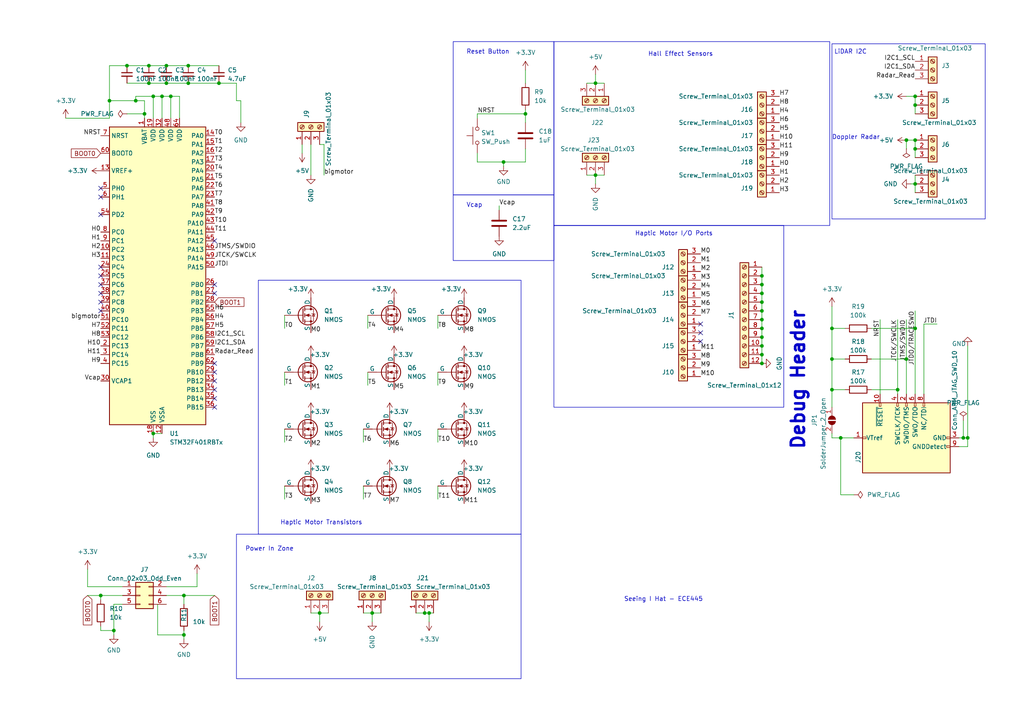
<source format=kicad_sch>
(kicad_sch (version 20230121) (generator eeschema)
  (paper "A4")
  (lib_symbols
    (symbol "Connector:Conn_ARM_JTAG_SWD_10" (pin_names (offset 1.016))
      (property "Reference" "J" (at -2.54 16.51 0))
      (property "Value" "Conn_ARM_JTAG_SWD_10" (at -2.54 13.97 0))
      (symbol "Conn_ARM_JTAG_SWD_10_1_1"
        (pin power_in line (at 0 15.24 270) (length 2.54) (name "VTref") (number "1"))
        (pin open_collector line (at 12.7 7.62 180) (length 2.54) (name "~{RESET}") (number "10"))
        (pin bidirectional line (at 12.7 0 180) (length 2.54) (name "SWDIO/TMS") (number "2"))
        (pin power_in line (at 0 -15.24 90) (length 2.54) (name "GND") (number "3"))
        (pin output line (at 12.7 2.54 180) (length 2.54) (name "SWCLK/TCK") (number "4"))
        (pin passive line (at 0 -15.24 90) (length 2.54) hide (name "GND") (number "5"))
        (pin input line (at 12.7 -2.54 180) (length 2.54) (name "SWO/TDO") (number "6"))
        (pin no_connect line (at -10.16 0 0) (length 2.54) hide (name "KEY") (number "7"))
        (pin output line (at 12.7 -5.08 180) (length 2.54) (name "NC/TDI") (number "8"))
        (pin passive line (at -2.54 -15.24 90) (length 2.54) (name "GNDDetect") (number "9"))
      )
    )
    (symbol "Connector:Screw_Terminal_01x03" (pin_names (offset 1.016) hide)
      (property "Reference" "J" (at 0 5.08 0))
      (property "Value" "Screw_Terminal_01x03" (at 0 -5.08 0))
      (symbol "Screw_Terminal_01x03_1_1"
        (pin passive line (at -5.08 2.54 0) (length 3.81) (name "Pin_1") (number "1"))
        (pin passive line (at -5.08 0 0) (length 3.81) (name "Pin_2") (number "2"))
        (pin passive line (at -5.08 -2.54 0) (length 3.81) (name "Pin_3") (number "3"))
      )
    )
    (symbol "Connector:Screw_Terminal_01x12" (pin_names (offset 1.016) hide)
      (property "Reference" "J" (at 0 15.24 0))
      (property "Value" "Screw_Terminal_01x12" (at 0 -17.78 0))
      (symbol "Screw_Terminal_01x12_1_1"
        (pin passive line (at -5.08 12.7 0) (length 3.81) (name "Pin_1") (number "1"))
        (pin passive line (at -5.08 -10.16 0) (length 3.81) (name "Pin_10") (number "10"))
        (pin passive line (at -5.08 -12.7 0) (length 3.81) (name "Pin_11") (number "11"))
        (pin passive line (at -5.08 -15.24 0) (length 3.81) (name "Pin_12") (number "12"))
        (pin passive line (at -5.08 10.16 0) (length 3.81) (name "Pin_2") (number "2"))
        (pin passive line (at -5.08 7.62 0) (length 3.81) (name "Pin_3") (number "3"))
        (pin passive line (at -5.08 5.08 0) (length 3.81) (name "Pin_4") (number "4"))
        (pin passive line (at -5.08 2.54 0) (length 3.81) (name "Pin_5") (number "5"))
        (pin passive line (at -5.08 0 0) (length 3.81) (name "Pin_6") (number "6"))
        (pin passive line (at -5.08 -2.54 0) (length 3.81) (name "Pin_7") (number "7"))
        (pin passive line (at -5.08 -5.08 0) (length 3.81) (name "Pin_8") (number "8"))
        (pin passive line (at -5.08 -7.62 0) (length 3.81) (name "Pin_9") (number "9"))
      )
    )
    (symbol "Connector_Generic:Conn_02x03_Odd_Even" (pin_names (offset 1.016) hide)
      (property "Reference" "J" (at 1.27 5.08 0))
      (property "Value" "Conn_02x03_Odd_Even" (at 1.27 -5.08 0))
      (symbol "Conn_02x03_Odd_Even_1_1"
        (pin passive line (at -5.08 2.54 0) (length 3.81) (name "Pin_1") (number "1"))
        (pin passive line (at 7.62 2.54 180) (length 3.81) (name "Pin_2") (number "2"))
        (pin passive line (at -5.08 0 0) (length 3.81) (name "Pin_3") (number "3"))
        (pin passive line (at 7.62 0 180) (length 3.81) (name "Pin_4") (number "4"))
        (pin passive line (at -5.08 -2.54 0) (length 3.81) (name "Pin_5") (number "5"))
        (pin passive line (at 7.62 -2.54 180) (length 3.81) (name "Pin_6") (number "6"))
      )
    )
    (symbol "Device:C" (pin_numbers hide) (pin_names (offset 0.254))
      (property "Reference" "C" (at 0.635 2.54 0))
      (property "Value" "C" (at 0.635 -2.54 0))
      (symbol "C_1_1"
        (pin passive line (at 0 3.81 270) (length 2.794) (name "~") (number "1"))
        (pin passive line (at 0 -3.81 90) (length 2.794) (name "~") (number "2"))
      )
    )
    (symbol "Device:C_Small" (pin_numbers hide) (pin_names (offset 0.254) hide)
      (property "Reference" "C" (at 0.254 1.778 0))
      (property "Value" "C_Small" (at 0.254 -2.032 0))
      (symbol "C_Small_1_1"
        (pin passive line (at 0 2.54 270) (length 2.032) (name "~") (number "1"))
        (pin passive line (at 0 -2.54 90) (length 2.032) (name "~") (number "2"))
      )
    )
    (symbol "Device:R" (pin_numbers hide) (pin_names (offset 0))
      (property "Reference" "R" (at 2.032 0 90))
      (property "Value" "R" (at 0 0 90))
      (symbol "R_1_1"
        (pin passive line (at 0 3.81 270) (length 1.27) (name "~") (number "1"))
        (pin passive line (at 0 -3.81 90) (length 1.27) (name "~") (number "2"))
      )
    )
    (symbol "Jumper:SolderJumper_2_Open" (pin_names (offset 0) hide)
      (property "Reference" "JP" (at 0 2.032 0))
      (property "Value" "SolderJumper_2_Open" (at 0 -2.54 0))
      (symbol "SolderJumper_2_Open_1_1"
        (pin passive line (at -3.81 0 0) (length 2.54) (name "A") (number "1"))
        (pin passive line (at 3.81 0 180) (length 2.54) (name "B") (number "2"))
      )
    )
    (symbol "MCU_ST_STM32F4:STM32F401RBTx"
      (property "Reference" "U" (at -12.7 44.45 0))
      (property "Value" "STM32F401RBTx" (at 10.16 44.45 0))
      (symbol "STM32F401RBTx_1_1"
        (pin power_in line (at -2.54 45.72 270) (length 2.54) (name "VBAT") (number "1"))
        (pin bidirectional line (at -15.24 7.62 0) (length 2.54) (name "PC2") (number "10"))
        (pin bidirectional line (at -15.24 5.08 0) (length 2.54) (name "PC3") (number "11"))
        (pin power_in line (at 2.54 -45.72 90) (length 2.54) (name "VSSA") (number "12"))
        (pin input line (at -15.24 30.48 0) (length 2.54) (name "VREF+") (number "13"))
        (pin bidirectional line (at 17.78 40.64 180) (length 2.54) (name "PA0") (number "14"))
        (pin bidirectional line (at 17.78 38.1 180) (length 2.54) (name "PA1") (number "15"))
        (pin bidirectional line (at 17.78 35.56 180) (length 2.54) (name "PA2") (number "16"))
        (pin bidirectional line (at 17.78 33.02 180) (length 2.54) (name "PA3") (number "17"))
        (pin power_in line (at 0 -45.72 90) (length 2.54) (name "VSS") (number "18"))
        (pin power_in line (at 0 45.72 270) (length 2.54) (name "VDD") (number "19"))
        (pin bidirectional line (at -15.24 -20.32 0) (length 2.54) (name "PC13") (number "2"))
        (pin bidirectional line (at 17.78 30.48 180) (length 2.54) (name "PA4") (number "20"))
        (pin bidirectional line (at 17.78 27.94 180) (length 2.54) (name "PA5") (number "21"))
        (pin bidirectional line (at 17.78 25.4 180) (length 2.54) (name "PA6") (number "22"))
        (pin bidirectional line (at 17.78 22.86 180) (length 2.54) (name "PA7") (number "23"))
        (pin bidirectional line (at -15.24 2.54 0) (length 2.54) (name "PC4") (number "24"))
        (pin bidirectional line (at -15.24 0 0) (length 2.54) (name "PC5") (number "25"))
        (pin bidirectional line (at 17.78 -2.54 180) (length 2.54) (name "PB0") (number "26"))
        (pin bidirectional line (at 17.78 -5.08 180) (length 2.54) (name "PB1") (number "27"))
        (pin bidirectional line (at 17.78 -7.62 180) (length 2.54) (name "PB2") (number "28"))
        (pin bidirectional line (at 17.78 -27.94 180) (length 2.54) (name "PB10") (number "29"))
        (pin bidirectional line (at -15.24 -22.86 0) (length 2.54) (name "PC14") (number "3"))
        (pin power_out line (at -15.24 -30.48 0) (length 2.54) (name "VCAP1") (number "30"))
        (pin passive line (at 0 -45.72 90) (length 2.54) hide (name "VSS") (number "31"))
        (pin power_in line (at 2.54 45.72 270) (length 2.54) (name "VDD") (number "32"))
        (pin bidirectional line (at 17.78 -30.48 180) (length 2.54) (name "PB12") (number "33"))
        (pin bidirectional line (at 17.78 -33.02 180) (length 2.54) (name "PB13") (number "34"))
        (pin bidirectional line (at 17.78 -35.56 180) (length 2.54) (name "PB14") (number "35"))
        (pin bidirectional line (at 17.78 -38.1 180) (length 2.54) (name "PB15") (number "36"))
        (pin bidirectional line (at -15.24 -2.54 0) (length 2.54) (name "PC6") (number "37"))
        (pin bidirectional line (at -15.24 -5.08 0) (length 2.54) (name "PC7") (number "38"))
        (pin bidirectional line (at -15.24 -7.62 0) (length 2.54) (name "PC8") (number "39"))
        (pin bidirectional line (at -15.24 -25.4 0) (length 2.54) (name "PC15") (number "4"))
        (pin bidirectional line (at -15.24 -10.16 0) (length 2.54) (name "PC9") (number "40"))
        (pin bidirectional line (at 17.78 20.32 180) (length 2.54) (name "PA8") (number "41"))
        (pin bidirectional line (at 17.78 17.78 180) (length 2.54) (name "PA9") (number "42"))
        (pin bidirectional line (at 17.78 15.24 180) (length 2.54) (name "PA10") (number "43"))
        (pin bidirectional line (at 17.78 12.7 180) (length 2.54) (name "PA11") (number "44"))
        (pin bidirectional line (at 17.78 10.16 180) (length 2.54) (name "PA12") (number "45"))
        (pin bidirectional line (at 17.78 7.62 180) (length 2.54) (name "PA13") (number "46"))
        (pin passive line (at 0 -45.72 90) (length 2.54) hide (name "VSS") (number "47"))
        (pin power_in line (at 5.08 45.72 270) (length 2.54) (name "VDD") (number "48"))
        (pin bidirectional line (at 17.78 5.08 180) (length 2.54) (name "PA14") (number "49"))
        (pin bidirectional line (at -15.24 25.4 0) (length 2.54) (name "PH0") (number "5"))
        (pin bidirectional line (at 17.78 2.54 180) (length 2.54) (name "PA15") (number "50"))
        (pin bidirectional line (at -15.24 -12.7 0) (length 2.54) (name "PC10") (number "51"))
        (pin bidirectional line (at -15.24 -15.24 0) (length 2.54) (name "PC11") (number "52"))
        (pin bidirectional line (at -15.24 -17.78 0) (length 2.54) (name "PC12") (number "53"))
        (pin bidirectional line (at -15.24 17.78 0) (length 2.54) (name "PD2") (number "54"))
        (pin bidirectional line (at 17.78 -10.16 180) (length 2.54) (name "PB3") (number "55"))
        (pin bidirectional line (at 17.78 -12.7 180) (length 2.54) (name "PB4") (number "56"))
        (pin bidirectional line (at 17.78 -15.24 180) (length 2.54) (name "PB5") (number "57"))
        (pin bidirectional line (at 17.78 -17.78 180) (length 2.54) (name "PB6") (number "58"))
        (pin bidirectional line (at 17.78 -20.32 180) (length 2.54) (name "PB7") (number "59"))
        (pin bidirectional line (at -15.24 22.86 0) (length 2.54) (name "PH1") (number "6"))
        (pin input line (at -15.24 35.56 0) (length 2.54) (name "BOOT0") (number "60"))
        (pin bidirectional line (at 17.78 -22.86 180) (length 2.54) (name "PB8") (number "61"))
        (pin bidirectional line (at 17.78 -25.4 180) (length 2.54) (name "PB9") (number "62"))
        (pin passive line (at 0 -45.72 90) (length 2.54) hide (name "VSS") (number "63"))
        (pin power_in line (at 7.62 45.72 270) (length 2.54) (name "VDD") (number "64"))
        (pin input line (at -15.24 40.64 0) (length 2.54) (name "NRST") (number "7"))
        (pin bidirectional line (at -15.24 12.7 0) (length 2.54) (name "PC0") (number "8"))
        (pin bidirectional line (at -15.24 10.16 0) (length 2.54) (name "PC1") (number "9"))
      )
    )
    (symbol "Simulation_SPICE:NMOS" (pin_numbers hide) (pin_names (offset 0))
      (property "Reference" "Q" (at 5.08 1.27 0))
      (property "Value" "NMOS" (at 5.08 -1.27 0))
      (symbol "NMOS_1_1"
        (pin passive line (at 2.54 5.08 270) (length 2.54) (name "D") (number "1"))
        (pin input line (at -5.08 0 0) (length 2.54) (name "G") (number "2"))
        (pin passive line (at 2.54 -5.08 90) (length 2.54) (name "S") (number "3"))
      )
    )
    (symbol "Switch:SW_Push" (pin_numbers hide) (pin_names (offset 1.016) hide)
      (property "Reference" "SW" (at 1.27 2.54 0))
      (property "Value" "SW_Push" (at 0 -1.524 0))
      (symbol "SW_Push_0_1"
        (pin passive line (at -5.08 0 0) (length 2.54) (name "1") (number "1"))
        (pin passive line (at 5.08 0 180) (length 2.54) (name "2") (number "2"))
      )
    )
    (symbol "power:+3.3V" (power) (pin_names (offset 0))
      (property "Value" "+3.3V" (at 0 3.556 0))
      (symbol "+3.3V_1_1"
        (pin power_in line (at 0 0 90) (length 0) hide (name "+3.3V") (number "1"))
      )
    )
    (symbol "power:+5V" (power) (pin_names (offset 0))
      (property "Value" "+5V" (at 0 3.556 0))
      (symbol "+5V_1_1"
        (pin power_in line (at 0 0 90) (length 0) hide (name "+5V") (number "1"))
      )
    )
    (symbol "power:GND" (power) (pin_names (offset 0))
      (property "Value" "GND" (at 0 -3.81 0))
      (symbol "GND_1_1"
        (pin power_in line (at 0 0 270) (length 0) hide (name "GND") (number "1"))
      )
    )
    (symbol "power:PWR_FLAG" (power) (pin_numbers hide) (pin_names (offset 0) hide)
      (property "Value" "PWR_FLAG" (at 0 3.81 0))
      (symbol "PWR_FLAG_0_0"
        (pin power_out line (at 0 0 90) (length 0) (name "pwr") (number "1"))
      )
    )
  )
  (junction (at 172.72 24.13))
  (junction (at 243.84 127))
  (junction (at 53.34 172.72))
  (junction (at 220.98 105.41))
  (junction (at 44.45 125.73))
  (junction (at 49.53 27.94))
  (junction (at 265.43 95.25))
  (junction (at 44.45 27.94))
  (junction (at 262.89 104.14))
  (junction (at 279.4 127))
  (junction (at 220.98 87.63))
  (junction (at 152.4 33.02))
  (junction (at 260.35 113.03))
  (junction (at 280.67 127))
  (junction (at 172.72 50.8))
  (junction (at 124.46 177.8))
  (junction (at 54.61 19.05))
  (junction (at 107.95 177.8))
  (junction (at 265.43 40.64))
  (junction (at 241.3 113.03))
  (junction (at 29.21 172.72))
  (junction (at 220.98 97.79))
  (junction (at 146.05 46.99))
  (junction (at 265.43 27.94))
  (junction (at 92.71 177.8))
  (junction (at 48.26 24.13))
  (junction (at 220.98 95.25))
  (junction (at 220.98 82.55))
  (junction (at 241.3 95.25))
  (junction (at 43.18 24.13))
  (junction (at 39.37 29.21))
  (junction (at 262.89 40.64))
  (junction (at 220.98 80.01))
  (junction (at 36.83 19.05))
  (junction (at 43.18 19.05))
  (junction (at 53.34 184.15))
  (junction (at 33.02 182.88))
  (junction (at 220.98 92.71))
  (junction (at 220.98 100.33))
  (junction (at 48.26 19.05))
  (junction (at 123.19 177.8))
  (junction (at 241.3 104.14))
  (junction (at 220.98 85.09))
  (junction (at 220.98 90.17))
  (junction (at 63.5 24.13))
  (junction (at 265.43 43.18))
  (junction (at 54.61 24.13))
  (junction (at 46.99 27.94))
  (junction (at 265.43 53.34))
  (junction (at 220.98 102.87))
  (junction (at 31.75 29.21))
  (junction (at 265.43 30.48))
  (junction (at 41.91 33.02))
  (no_connect (at 62.23 118.11))
  (no_connect (at 203.2 93.98))
  (no_connect (at 29.21 82.55))
  (no_connect (at 62.23 85.09))
  (no_connect (at 62.23 110.49))
  (no_connect (at 29.21 80.01))
  (no_connect (at 62.23 113.03))
  (no_connect (at 62.23 107.95))
  (no_connect (at 29.21 87.63))
  (no_connect (at 29.21 90.17))
  (no_connect (at 62.23 115.57))
  (no_connect (at 29.21 54.61))
  (no_connect (at 29.21 85.09))
  (no_connect (at 62.23 105.41))
  (no_connect (at 29.21 57.15))
  (no_connect (at 29.21 62.23))
  (no_connect (at 203.2 96.52))
  (no_connect (at 62.23 69.85))
  (no_connect (at 29.21 77.47))
  (no_connect (at 62.23 82.55))
  (no_connect (at 203.2 99.06))
  (wire (pts (xy 68.58 29.21) (xy 68.58 24.13)))
  (wire (pts (xy 39.37 27.94) (xy 39.37 29.21)))
  (wire (pts (xy 31.75 29.21) (xy 31.75 34.29)))
  (wire (pts (xy 170.18 50.8) (xy 172.72 50.8)))
  (wire (pts (xy 105.41 124.46) (xy 105.41 128.27)))
  (wire (pts (xy 262.89 27.94) (xy 265.43 27.94)))
  (wire (pts (xy 29.21 181.61) (xy 29.21 182.88)))
  (wire (pts (xy 138.43 34.29) (xy 138.43 33.02)))
  (wire (pts (xy 265.43 95.25) (xy 265.43 90.17)))
  (wire (pts (xy 45.72 184.15) (xy 53.34 184.15)))
  (wire (pts (xy 68.58 29.21) (xy 69.85 29.21)))
  (wire (pts (xy 146.05 46.99) (xy 146.05 48.26)))
  (wire (pts (xy 152.4 46.99) (xy 146.05 46.99)))
  (wire (pts (xy 41.91 29.21) (xy 41.91 33.02)))
  (wire (pts (xy 90.17 50.8) (xy 90.17 41.91)))
  (wire (pts (xy 29.21 182.88) (xy 33.02 182.88)))
  (wire (pts (xy 243.84 127) (xy 247.65 127)))
  (wire (pts (xy 152.4 33.02) (xy 152.4 35.56)))
  (wire (pts (xy 262.89 40.64) (xy 265.43 40.64)))
  (wire (pts (xy 241.3 95.25) (xy 245.11 95.25)))
  (wire (pts (xy 138.43 44.45) (xy 138.43 46.99)))
  (wire (pts (xy 241.3 127) (xy 241.3 125.73)))
  (wire (pts (xy 262.89 40.64) (xy 262.89 43.18)))
  (wire (pts (xy 82.55 91.44) (xy 82.55 95.25)))
  (wire (pts (xy 54.61 24.13) (xy 63.5 24.13)))
  (wire (pts (xy 265.43 30.48) (xy 265.43 33.02)))
  (wire (pts (xy 44.45 27.94) (xy 44.45 34.29)))
  (wire (pts (xy 48.26 19.05) (xy 54.61 19.05)))
  (wire (pts (xy 25.4 172.72) (xy 29.21 172.72)))
  (wire (pts (xy 48.26 24.13) (xy 54.61 24.13)))
  (wire (pts (xy 46.99 27.94) (xy 44.45 27.94)))
  (wire (pts (xy 69.85 29.21) (xy 69.85 35.56)))
  (wire (pts (xy 152.4 43.18) (xy 152.4 46.99)))
  (wire (pts (xy 172.72 50.8) (xy 175.26 50.8)))
  (wire (pts (xy 127 140.97) (xy 127 144.78)))
  (wire (pts (xy 53.34 184.15) (xy 53.34 185.42)))
  (wire (pts (xy 265.43 50.8) (xy 265.43 53.34)))
  (wire (pts (xy 36.83 19.05) (xy 43.18 19.05)))
  (wire (pts (xy 278.13 127) (xy 279.4 127)))
  (wire (pts (xy 262.89 114.3) (xy 262.89 104.14)))
  (wire (pts (xy 278.13 129.54) (xy 280.67 129.54)))
  (wire (pts (xy 92.71 177.8) (xy 95.25 177.8)))
  (wire (pts (xy 280.67 100.33) (xy 280.67 127)))
  (wire (pts (xy 123.19 177.8) (xy 124.46 177.8)))
  (wire (pts (xy 48.26 175.26) (xy 45.72 175.26)))
  (wire (pts (xy 105.41 140.97) (xy 105.41 144.78)))
  (wire (pts (xy 33.02 175.26) (xy 35.56 175.26)))
  (wire (pts (xy 265.43 27.94) (xy 265.43 30.48)))
  (wire (pts (xy 52.07 27.94) (xy 52.07 34.29)))
  (wire (pts (xy 46.99 27.94) (xy 46.99 34.29)))
  (wire (pts (xy 48.26 172.72) (xy 53.34 172.72)))
  (wire (pts (xy 220.98 92.71) (xy 220.98 90.17)))
  (wire (pts (xy 53.34 172.72) (xy 62.23 172.72)))
  (wire (pts (xy 41.91 33.02) (xy 41.91 34.29)))
  (wire (pts (xy 138.43 46.99) (xy 146.05 46.99)))
  (wire (pts (xy 93.98 50.8) (xy 93.98 41.91)))
  (wire (pts (xy 241.3 88.9) (xy 241.3 95.25)))
  (wire (pts (xy 31.75 29.21) (xy 39.37 29.21)))
  (wire (pts (xy 33.02 175.26) (xy 33.02 182.88)))
  (wire (pts (xy 241.3 127) (xy 243.84 127)))
  (wire (pts (xy 241.3 113.03) (xy 241.3 118.11)))
  (wire (pts (xy 43.18 24.13) (xy 48.26 24.13)))
  (wire (pts (xy 252.73 113.03) (xy 260.35 113.03)))
  (wire (pts (xy 29.21 172.72) (xy 29.21 173.99)))
  (wire (pts (xy 124.46 177.8) (xy 125.73 177.8)))
  (wire (pts (xy 264.16 53.34) (xy 265.43 53.34)))
  (wire (pts (xy 265.43 53.34) (xy 265.43 55.88)))
  (wire (pts (xy 93.98 41.91) (xy 92.71 41.91)))
  (wire (pts (xy 220.98 85.09) (xy 220.98 82.55)))
  (wire (pts (xy 252.73 95.25) (xy 265.43 95.25)))
  (wire (pts (xy 255.27 114.3) (xy 255.27 92.71)))
  (wire (pts (xy 90.17 177.8) (xy 92.71 177.8)))
  (wire (pts (xy 152.4 31.75) (xy 152.4 33.02)))
  (wire (pts (xy 127 124.46) (xy 127 128.27)))
  (wire (pts (xy 220.98 82.55) (xy 220.98 80.01)))
  (wire (pts (xy 39.37 29.21) (xy 41.91 29.21)))
  (wire (pts (xy 107.95 180.34) (xy 107.95 177.8)))
  (wire (pts (xy 82.55 107.95) (xy 82.55 111.76)))
  (wire (pts (xy 31.75 19.05) (xy 36.83 19.05)))
  (wire (pts (xy 262.89 104.14) (xy 262.89 92.71)))
  (wire (pts (xy 220.98 100.33) (xy 220.98 97.79)))
  (wire (pts (xy 35.56 172.72) (xy 29.21 172.72)))
  (wire (pts (xy 265.43 114.3) (xy 265.43 95.25)))
  (wire (pts (xy 220.98 90.17) (xy 220.98 87.63)))
  (wire (pts (xy 87.63 41.91) (xy 87.63 44.45)))
  (wire (pts (xy 243.84 143.51) (xy 243.84 127)))
  (wire (pts (xy 279.4 121.92) (xy 279.4 127)))
  (wire (pts (xy 220.98 80.01) (xy 220.98 77.47)))
  (wire (pts (xy 241.3 113.03) (xy 241.3 104.14)))
  (wire (pts (xy 172.72 53.34) (xy 172.72 50.8)))
  (wire (pts (xy 25.4 165.1) (xy 25.4 170.18)))
  (wire (pts (xy 82.55 124.46) (xy 82.55 128.27)))
  (wire (pts (xy 279.4 127) (xy 280.67 127)))
  (wire (pts (xy 172.72 21.59) (xy 172.72 24.13)))
  (wire (pts (xy 144.78 59.69) (xy 144.78 60.96)))
  (wire (pts (xy 31.75 19.05) (xy 31.75 29.21)))
  (wire (pts (xy 36.83 24.13) (xy 43.18 24.13)))
  (wire (pts (xy 220.98 102.87) (xy 220.98 100.33)))
  (wire (pts (xy 260.35 113.03) (xy 260.35 92.71)))
  (wire (pts (xy 107.95 177.8) (xy 110.49 177.8)))
  (wire (pts (xy 152.4 20.32) (xy 152.4 24.13)))
  (wire (pts (xy 271.78 93.98) (xy 267.97 93.98)))
  (wire (pts (xy 25.4 170.18) (xy 35.56 170.18)))
  (wire (pts (xy 247.65 143.51) (xy 243.84 143.51)))
  (wire (pts (xy 68.58 24.13) (xy 63.5 24.13)))
  (wire (pts (xy 53.34 182.88) (xy 53.34 184.15)))
  (wire (pts (xy 49.53 27.94) (xy 49.53 34.29)))
  (wire (pts (xy 172.72 24.13) (xy 170.18 24.13)))
  (wire (pts (xy 241.3 113.03) (xy 245.11 113.03)))
  (wire (pts (xy 127 107.95) (xy 127 111.76)))
  (wire (pts (xy 82.55 140.97) (xy 82.55 144.78)))
  (wire (pts (xy 44.45 125.73) (xy 46.99 125.73)))
  (wire (pts (xy 241.3 104.14) (xy 245.11 104.14)))
  (wire (pts (xy 120.65 177.8) (xy 123.19 177.8)))
  (wire (pts (xy 43.18 19.05) (xy 48.26 19.05)))
  (wire (pts (xy 44.45 27.94) (xy 39.37 27.94)))
  (wire (pts (xy 260.35 114.3) (xy 260.35 113.03)))
  (wire (pts (xy 57.15 166.37) (xy 57.15 170.18)))
  (wire (pts (xy 44.45 125.73) (xy 44.45 127)))
  (wire (pts (xy 220.98 105.41) (xy 220.98 102.87)))
  (wire (pts (xy 265.43 43.18) (xy 265.43 40.64)))
  (wire (pts (xy 106.68 91.44) (xy 106.68 95.25)))
  (wire (pts (xy 241.3 104.14) (xy 241.3 95.25)))
  (wire (pts (xy 52.07 27.94) (xy 49.53 27.94)))
  (wire (pts (xy 105.41 177.8) (xy 107.95 177.8)))
  (wire (pts (xy 46.99 27.94) (xy 49.53 27.94)))
  (wire (pts (xy 138.43 33.02) (xy 152.4 33.02)))
  (wire (pts (xy 92.71 180.34) (xy 92.71 177.8)))
  (wire (pts (xy 124.46 180.34) (xy 124.46 177.8)))
  (wire (pts (xy 220.98 95.25) (xy 220.98 92.71)))
  (wire (pts (xy 48.26 170.18) (xy 57.15 170.18)))
  (wire (pts (xy 53.34 172.72) (xy 53.34 175.26)))
  (wire (pts (xy 127 91.44) (xy 127 95.25)))
  (wire (pts (xy 280.67 129.54) (xy 280.67 127)))
  (wire (pts (xy 33.02 182.88) (xy 33.02 184.15)))
  (wire (pts (xy 265.43 43.18) (xy 265.43 45.72)))
  (wire (pts (xy 175.26 24.13) (xy 172.72 24.13)))
  (wire (pts (xy 36.83 33.02) (xy 41.91 33.02)))
  (wire (pts (xy 106.68 107.95) (xy 106.68 111.76)))
  (wire (pts (xy 54.61 19.05) (xy 63.5 19.05)))
  (wire (pts (xy 267.97 93.98) (xy 267.97 114.3)))
  (wire (pts (xy 220.98 87.63) (xy 220.98 85.09)))
  (wire (pts (xy 45.72 175.26) (xy 45.72 184.15)))
  (wire (pts (xy 252.73 104.14) (xy 262.89 104.14)))
  (wire (pts (xy 220.98 97.79) (xy 220.98 95.25)))
  (wire (pts (xy 19.05 34.29) (xy 31.75 34.29)))
  (rectangle (start 160.655 12.065) (end 240.665 65.405))
  (rectangle (start 241.3 12.7) (end 285.75 63.5))
  (rectangle (start 68.58 154.94) (end 151.13 196.85))
  (rectangle (start 131.445 12.065) (end 160.655 56.515))
  (rectangle (start 131.445 56.515) (end 160.655 75.565))
  (rectangle (start 160.655 65.405) (end 227.33 118.11))
  (rectangle (start 74.93 81.28) (end 151.13 154.94))
  (text "Seeing I Hat - ECE445\n" (at 180.975 174.625 0) (effects (font (size 1.27 1.27)) (justify left bottom)))
  (text "Haptic Motor I/O Ports" (at 184.15 68.58 0) (effects (font (size 1.27 1.27)) (justify left bottom)))
  (text "Debug Header" (at 233.68 130.81 90) (effects (font (size 3.81 3.81) (thickness 0.762) bold) (justify left bottom)))
  (text "Doppler Radar\n" (at 241.3 40.64 0) (effects (font (size 1.27 1.27)) (justify left bottom)))
  (text "Reset Button\n" (at 135.255 15.875 0) (effects (font (size 1.27 1.27)) (justify left bottom)))
  (text "LiDAR I2C" (at 241.935 15.875 0) (effects (font (size 1.27 1.27)) (justify left bottom)))
  (text "Power In Zone\n" (at 71.12 160.02 0) (effects (font (size 1.27 1.27)) (justify left bottom)))
  (text "Vcap" (at 135.255 60.325 0) (effects (font (size 1.27 1.27)) (justify left bottom)))
  (text "Hall Effect Sensors" (at 187.96 16.51 0) (effects (font (size 1.27 1.27)) (justify left bottom)))
  (text "Haptic Motor Transistors\n" (at 81.28 152.4 0) (effects (font (size 1.27 1.27)) (justify left bottom)))
  (label "M10" (at 203.2 109.22 0))
  (label "T6" (at 105.41 128.27 0))
  (label "H1" (at 226.06 50.8 0))
  (label "M11" (at 203.2 101.6 0))
  (label "I2C1_SCL" (at 62.23 97.79 0))
  (label "M6" (at 113.03 129.54 0))
  (label "M1" (at 203.2 76.2 0))
  (label "M0" (at 90.17 96.52 0))
  (label "M5" (at 114.3 113.03 0))
  (label "T0" (at 62.23 39.37 0))
  (label "M4" (at 114.3 96.52 0))
  (label "M4" (at 203.2 83.82 0))
  (label "M6" (at 203.2 88.9 0))
  (label "H1" (at 29.21 69.85 180))
  (label "T5" (at 62.23 52.07 0))
  (label "T2" (at 62.23 44.45 0))
  (label "H6" (at 226.06 35.56 0))
  (label "M2" (at 203.2 78.74 0))
  (label "M1" (at 90.17 113.03 0))
  (label "M10" (at 134.62 129.54 0))
  (label "T9" (at 127 111.76 0))
  (label "H2" (at 226.06 53.34 0))
  (label "M5" (at 203.2 86.36 0))
  (label "NRST" (at 143.51 33.02 180))
  (label "H2" (at 29.21 72.39 180))
  (label "M2" (at 90.17 129.54 0))
  (label "I2C1_SDA" (at 62.23 100.33 0))
  (label "H0" (at 226.06 48.26 0))
  (label "M8" (at 203.2 104.14 0))
  (label "I2C1_SDA" (at 265.43 20.32 180))
  (label "T4" (at 62.23 49.53 0))
  (label "M0" (at 203.2 73.66 0))
  (label "T8" (at 62.23 59.69 0))
  (label "NRST" (at 255.27 92.71 270))
  (label "T11" (at 127 144.78 0))
  (label "M8" (at 134.62 96.52 0))
  (label "T0" (at 82.55 95.25 0))
  (label "H9" (at 29.21 105.41 180))
  (label "H10" (at 29.21 100.33 180))
  (label "JTMS{slash}SWDIO" (at 262.89 92.71 270))
  (label "H9" (at 226.06 45.72 0))
  (label "M9" (at 203.2 106.68 0))
  (label "JTMS{slash}SWDIO" (at 62.23 72.39 0))
  (label "M7" (at 203.2 91.44 0))
  (label "H5" (at 226.06 38.1 0))
  (label "H11" (at 226.06 43.18 0))
  (label "T8" (at 127 95.25 0))
  (label "JTDI" (at 271.78 93.98 180))
  (label "T10" (at 62.23 64.77 0))
  (label "H3" (at 226.06 55.88 0))
  (label "bigmotor" (at 29.21 92.71 180))
  (label "H7" (at 226.06 27.94 0))
  (label "Radar_Read" (at 62.23 102.87 0))
  (label "H8" (at 29.21 97.79 180))
  (label "T6" (at 62.23 54.61 0))
  (label "T10" (at 127 128.27 0))
  (label "Vcap" (at 144.78 59.69 0))
  (label "T3" (at 82.55 144.78 0))
  (label "H7" (at 29.21 95.25 180))
  (label "H5" (at 62.23 95.25 0))
  (label "JTCK{slash}SWCLK" (at 62.23 74.93 0))
  (label "T7" (at 62.23 57.15 0))
  (label "H8" (at 226.06 30.48 0))
  (label "I2C1_SCL" (at 265.43 17.78 180))
  (label "T7" (at 105.41 144.78 0))
  (label "H4" (at 226.06 33.02 0))
  (label "Radar_Read" (at 265.43 22.86 180))
  (label "H3" (at 29.21 74.93 180))
  (label "T1" (at 62.23 41.91 0))
  (label "H11" (at 29.21 102.87 180))
  (label "M11" (at 134.62 146.05 0))
  (label "T1" (at 82.55 111.76 0))
  (label "T4" (at 106.68 95.25 0))
  (label "M9" (at 134.62 113.03 0))
  (label "M3" (at 203.2 81.28 0))
  (label "JTDI" (at 62.23 77.47 0))
  (label "T2" (at 82.55 128.27 0))
  (label "H6" (at 62.23 90.17 0))
  (label "M3" (at 90.17 146.05 0))
  (label "H0" (at 29.21 67.31 180))
  (label "bigmotor" (at 93.98 50.8 0))
  (label "Vcap" (at 29.21 110.49 180))
  (label "T3" (at 62.23 46.99 0))
  (label "NRST" (at 29.21 39.37 180))
  (label "JTDO{slash}TRACESWO" (at 265.43 90.17 270))
  (label "H10" (at 226.06 40.64 0))
  (label "M7" (at 113.03 146.05 0))
  (label "T5" (at 106.68 111.76 0))
  (label "T9" (at 62.23 62.23 0))
  (label "T11" (at 62.23 67.31 0))
  (label "H4" (at 62.23 92.71 0))
  (label "JTCK{slash}SWCLK" (at 260.35 92.71 270))
  (global_label "BOOT0" (shape input) (at 25.4 172.72 270) (property "Intersheetrefs" "${INTERSHEET_REFS}" (effects hide)))
  (global_label "BOOT1" (shape input) (at 62.23 87.63 0) (property "Intersheetrefs" "${INTERSHEET_REFS}" (effects hide)))
  (global_label "BOOT1" (shape input) (at 62.23 172.72 270) (property "Intersheetrefs" "${INTERSHEET_REFS}" (effects hide)))
  (global_label "BOOT0" (shape input) (at 29.21 44.45 180) (property "Intersheetrefs" "${INTERSHEET_REFS}" (effects hide)))
  (symbol (lib_id "power:GND") (at 53.34 185.42 0) (unit 1)
    (property "Reference" "#PWR029" (effects hide))
    (property "Value" "GND" (at 53.34 189.8634 0))
  )
  (symbol (lib_id "Device:C_Small") (at 63.5 21.59 0) (unit 1)
    (property "Reference" "C5" (at 66.04 20.3263 0) (effects (justify left)))
    (property "Value" "4.7uF" (at 66.04 22.8663 0) (effects (justify left)))
    (property "Footprint" "Capacitor_SMD:C_0805_2012Metric_Pad1.18x1.45mm_HandSolder" (effects hide))
  )
  (symbol (lib_id "Connector:Screw_Terminal_01x03") (at 198.12 99.06 180) (unit 1)
    (property "Reference" "J15" (at 195.58 100.33 0) (effects (justify left)))
    (property "Value" "Screw_Terminal_01x03" (effects hide))
    (property "Footprint" "Connector_PinSocket_2.54mm:PinSocket_1x03_P2.54mm_Vertical" (effects hide))
  )
  (symbol (lib_id "power:+3.3V") (at 19.05 34.29 0) (unit 1)
    (property "Reference" "#PWR035" (effects hide))
    (property "Value" "+3.3V" (at 19.05 29.21 0))
  )
  (symbol (lib_id "power:+5V") (at 87.63 44.45 180) (unit 1)
    (property "Reference" "#PWR038" (effects hide))
    (property "Value" "+5V" (at 87.63 49.53 0))
  )
  (symbol (lib_id "Simulation_SPICE:NMOS") (at 132.08 124.46 0) (unit 1)
    (property "Reference" "Q11" (at 138.43 123.19 0) (effects (justify left)))
    (property "Value" "NMOS" (at 138.43 125.73 0) (effects (justify left)))
    (property "Footprint" "Package_TO_SOT_SMD:SOT-23-3" (effects hide))
    (property "Datasheet" "https://ngspice.sourceforge.io/docs/ngspice-manual.pdf" (effects hide))
    (property "Sim.Device" "NMOS" (effects hide))
    (property "Sim.Type" "VDMOS" (effects hide))
    (property "Sim.Pins" "1=D 2=G 3=S" (effects hide))
  )
  (symbol (lib_id "power:+3.3V") (at 114.3 102.87 0) (unit 1)
    (property "Reference" "#PWR044" (effects hide))
    (property "Value" "+3.3V" (at 116.84 102.87 0))
  )
  (symbol (lib_id "Simulation_SPICE:NMOS") (at 111.76 91.44 0) (unit 1)
    (property "Reference" "Q5" (at 118.11 90.17 0) (effects (justify left)))
    (property "Value" "NMOS" (at 118.11 92.71 0) (effects (justify left)))
    (property "Footprint" "Package_TO_SOT_SMD:SOT-23-3" (effects hide))
    (property "Datasheet" "https://ngspice.sourceforge.io/docs/ngspice-manual.pdf" (effects hide))
    (property "Sim.Device" "NMOS" (effects hide))
    (property "Sim.Type" "VDMOS" (effects hide))
    (property "Sim.Pins" "1=D 2=G 3=S" (effects hide))
  )
  (symbol (lib_id "Simulation_SPICE:NMOS") (at 87.63 107.95 0) (unit 1)
    (property "Reference" "Q2" (at 93.98 106.68 0) (effects (justify left)))
    (property "Value" "NMOS" (at 93.98 109.22 0) (effects (justify left)))
    (property "Footprint" "Package_TO_SOT_SMD:SOT-23-3" (effects hide))
    (property "Datasheet" "https://ngspice.sourceforge.io/docs/ngspice-manual.pdf" (effects hide))
    (property "Sim.Device" "NMOS" (effects hide))
    (property "Sim.Type" "VDMOS" (effects hide))
    (property "Sim.Pins" "1=D 2=G 3=S" (effects hide))
  )
  (symbol (lib_id "Connector:Screw_Terminal_01x03") (at 172.72 29.21 270) (unit 1)
    (property "Reference" "J22" (at 171.45 35.56 90) (effects (justify left)))
    (property "Value" "Screw_Terminal_01x03" (at 162.56 31.75 90) (effects (justify left)))
    (property "Footprint" "Connector_PinSocket_2.54mm:PinSocket_1x03_P2.54mm_Vertical" (effects hide))
  )
  (symbol (lib_id "Simulation_SPICE:NMOS") (at 111.76 107.95 0) (unit 1)
    (property "Reference" "Q6" (at 118.11 106.68 0) (effects (justify left)))
    (property "Value" "NMOS" (at 118.11 109.22 0) (effects (justify left)))
    (property "Footprint" "Package_TO_SOT_SMD:SOT-23-3" (effects hide))
    (property "Datasheet" "https://ngspice.sourceforge.io/docs/ngspice-manual.pdf" (effects hide))
    (property "Sim.Device" "NMOS" (effects hide))
    (property "Sim.Type" "VDMOS" (effects hide))
    (property "Sim.Pins" "1=D 2=G 3=S" (effects hide))
  )
  (symbol (lib_id "Device:R") (at 152.4 27.94 0) (unit 1)
    (property "Reference" "R9" (at 154.94 26.67 0) (effects (justify left)))
    (property "Value" "10k" (at 154.94 29.21 0) (effects (justify left)))
    (property "Footprint" "Resistor_SMD:R_0805_2012Metric_Pad1.20x1.40mm_HandSolder" (effects hide))
  )
  (symbol (lib_id "power:GND") (at 144.78 68.58 0) (unit 1)
    (property "Reference" "#PWR09" (effects hide))
    (property "Value" "GND" (at 144.78 73.66 0))
  )
  (symbol (lib_id "power:+3.3V") (at 25.4 165.1 0) (unit 1)
    (property "Reference" "#PWR030" (effects hide))
    (property "Value" "+3.3V" (at 25.4 160.02 0))
  )
  (symbol (lib_id "Connector:Screw_Terminal_01x03") (at 220.98 53.34 180) (unit 1)
    (property "Reference" "J19" (at 218.44 54.61 0) (effects (justify left)))
    (property "Value" "Screw_Terminal_01x03" (at 218.44 50.8 0) (effects (justify left)))
    (property "Footprint" "Connector_PinSocket_2.54mm:PinSocket_1x03_P2.54mm_Vertical" (effects hide))
  )
  (symbol (lib_id "Device:C") (at 152.4 39.37 0) (unit 1)
    (property "Reference" "C18" (at 156.21 38.1 0) (effects (justify left)))
    (property "Value" "1uF" (at 156.21 40.64 0) (effects (justify left)))
    (property "Footprint" "Capacitor_SMD:C_0805_2012Metric_Pad1.18x1.45mm_HandSolder" (effects hide))
  )
  (symbol (lib_id "Device:R") (at 29.21 177.8 0) (unit 1)
    (property "Reference" "R10" (at 31.75 176.53 0) (effects (justify left)))
    (property "Value" "10k" (at 31.75 179.07 0) (effects (justify left)))
    (property "Footprint" "Resistor_SMD:R_0805_2012Metric_Pad1.20x1.40mm_HandSolder" (effects hide))
  )
  (symbol (lib_id "Device:C_Small") (at 54.61 21.59 0) (unit 1)
    (property "Reference" "C4" (at 57.15 20.3263 0) (effects (justify left)))
    (property "Value" "100nF" (at 57.15 22.8663 0) (effects (justify left)))
    (property "Footprint" "Capacitor_SMD:C_0805_2012Metric_Pad1.18x1.45mm_HandSolder" (effects hide))
  )
  (symbol (lib_id "Switch:SW_Push") (at 138.43 39.37 90) (unit 1)
    (property "Reference" "SW1" (at 139.573 38.5353 90) (effects (justify right)))
    (property "Value" "SW_Push" (at 139.573 41.0722 90) (effects (justify right)))
    (property "Footprint" "Button_Switch_SMD:SW_SPST_B3S-1000" (effects hide))
    (property "Datasheet" "https://www.digikey.com/en/products/detail/omron-electronics-inc-emc-div/B3S-1000/20686" (effects hide))
  )
  (symbol (lib_id "Device:C_Small") (at 48.26 21.59 0) (unit 1)
    (property "Reference" "C3" (at 50.8 20.3263 0) (effects (justify left)))
    (property "Value" "100nF" (at 50.8 22.8663 0) (effects (justify left)))
    (property "Footprint" "Capacitor_SMD:C_0805_2012Metric_Pad1.18x1.45mm_HandSolder" (effects hide))
  )
  (symbol (lib_id "Simulation_SPICE:NMOS") (at 132.08 91.44 0) (unit 1)
    (property "Reference" "Q9" (at 138.43 90.17 0) (effects (justify left)))
    (property "Value" "NMOS" (at 138.43 92.71 0) (effects (justify left)))
    (property "Footprint" "Package_TO_SOT_SMD:SOT-23-3" (effects hide))
    (property "Datasheet" "https://ngspice.sourceforge.io/docs/ngspice-manual.pdf" (effects hide))
    (property "Sim.Device" "NMOS" (effects hide))
    (property "Sim.Type" "VDMOS" (effects hide))
    (property "Sim.Pins" "1=D 2=G 3=S" (effects hide))
  )
  (symbol (lib_id "Connector:Conn_ARM_JTAG_SWD_10") (at 262.89 127 90) (unit 1)
    (property "Reference" "J20" (at 248.92 130.81 0) (effects (justify right)))
    (property "Value" "Conn_ARM_JTAG_SWD_10" (at 276.86 101.6 0) (effects (justify right)))
    (property "Footprint" "Connector_IDC:IDC-Header_2x05_P2.54mm_Vertical" (effects hide))
    (property "Datasheet" "http://infocenter.arm.com/help/topic/com.arm.doc.ddi0314h/DDI0314H_coresight_components_trm.pdf" (effects hide))
  )
  (symbol (lib_id "Jumper:SolderJumper_2_Open") (at 241.3 121.92 270) (unit 1)
    (property "Reference" "JP1" (at 236.22 121.92 0))
    (property "Value" "SolderJumper_2_Open" (at 238.76 125.73 0))
    (property "Footprint" "Jumper:SolderJumper-2_P1.3mm_Open_TrianglePad1.0x1.5mm" (effects hide))
  )
  (symbol (lib_id "power:PWR_FLAG") (at 36.83 33.02 90) (unit 1)
    (property "Reference" "#FLG01" (effects hide))
    (property "Value" "PWR_FLAG" (at 33.02 33.02 90) (effects (justify left)))
  )
  (symbol (lib_id "power:GND") (at 146.05 48.26 0) (unit 1)
    (property "Reference" "#PWR010" (effects hide))
    (property "Value" "GND" (at 146.05 52.7034 0))
  )
  (symbol (lib_id "power:+3.3V") (at 29.21 49.53 90) (unit 1)
    (property "Reference" "#PWR037" (effects hide))
    (property "Value" "+3.3V" (at 25.4 49.53 90) (effects (justify left)))
  )
  (symbol (lib_id "power:PWR_FLAG") (at 279.4 121.92 0) (unit 1)
    (property "Reference" "#FLG03" (effects hide))
    (property "Value" "PWR_FLAG" (at 279.4 116.84 0))
  )
  (symbol (lib_id "power:GND") (at 172.72 53.34 0) (unit 1)
    (property "Reference" "#PWR06" (effects hide))
    (property "Value" "GND" (at 172.72 57.15 90) (effects (justify right)))
  )
  (symbol (lib_id "Connector:Screw_Terminal_01x03") (at 198.12 83.82 180) (unit 1)
    (property "Reference" "J13" (at 195.58 85.09 0) (effects (justify left)))
    (property "Value" "Screw_Terminal_01x03" (at 193.04 80.01 0) (effects (justify left)))
    (property "Footprint" "Connector_PinSocket_2.54mm:PinSocket_1x03_P2.54mm_Vertical" (effects hide))
  )
  (symbol (lib_id "Connector:Screw_Terminal_01x03") (at 220.98 45.72 180) (unit 1)
    (property "Reference" "J18" (at 218.44 46.99 0) (effects (justify left)))
    (property "Value" "Screw_Terminal_01x03" (at 218.44 43.18 0) (effects (justify left)))
    (property "Footprint" "Connector_PinSocket_2.54mm:PinSocket_1x03_P2.54mm_Vertical" (effects hide))
  )
  (symbol (lib_id "Connector:Screw_Terminal_01x03") (at 172.72 45.72 90) (unit 1)
    (property "Reference" "J23" (at 173.99 40.64 90) (effects (justify left)))
    (property "Value" "Screw_Terminal_01x03" (at 184.15 43.18 90) (effects (justify left)))
    (property "Footprint" "Connector_PinSocket_2.54mm:PinSocket_1x03_P2.54mm_Vertical" (effects hide))
  )
  (symbol (lib_id "power:+3.3V") (at 57.15 166.37 0) (unit 1)
    (property "Reference" "#PWR032" (effects hide))
    (property "Value" "+3.3V" (at 57.15 161.29 0))
  )
  (symbol (lib_id "Connector:Screw_Terminal_01x03") (at 270.51 43.18 0) (unit 1)
    (property "Reference" "J6" (at 273.05 41.91 0) (effects (justify left)))
    (property "Value" "Screw_Terminal_01x03" (at 259.08 49.53 0) (effects (justify left)))
    (property "Footprint" "Connector_PinSocket_2.54mm:PinSocket_1x03_P2.54mm_Vertical" (effects hide))
  )
  (symbol (lib_id "power:+5V") (at 262.89 40.64 90) (unit 1)
    (property "Reference" "#PWR027" (effects hide))
    (property "Value" "+5V" (at 259.08 40.64 90) (effects (justify left)))
  )
  (symbol (lib_id "power:GND") (at 44.45 127 0) (unit 1)
    (property "Reference" "#PWR031" (effects hide))
    (property "Value" "GND" (at 44.45 132.08 0))
  )
  (symbol (lib_id "power:GND") (at 264.16 53.34 270) (unit 1)
    (property "Reference" "#PWR025" (effects hide))
    (property "Value" "GND" (at 260.35 53.34 90) (effects (justify right)))
  )
  (symbol (lib_id "power:GND") (at 107.95 180.34 0) (unit 1)
    (property "Reference" "#PWR02" (effects hide))
    (property "Value" "GND" (at 107.95 184.15 90) (effects (justify right)))
  )
  (symbol (lib_id "Simulation_SPICE:NMOS") (at 132.08 107.95 0) (unit 1)
    (property "Reference" "Q10" (at 138.43 106.68 0) (effects (justify left)))
    (property "Value" "NMOS" (at 138.43 109.22 0) (effects (justify left)))
    (property "Footprint" "Package_TO_SOT_SMD:SOT-23-3" (effects hide))
    (property "Datasheet" "https://ngspice.sourceforge.io/docs/ngspice-manual.pdf" (effects hide))
    (property "Sim.Device" "NMOS" (effects hide))
    (property "Sim.Type" "VDMOS" (effects hide))
    (property "Sim.Pins" "1=D 2=G 3=S" (effects hide))
  )
  (symbol (lib_id "power:+3.3V") (at 241.3 88.9 0) (unit 1)
    (property "Reference" "#PWR033" (effects hide))
    (property "Value" "+3.3V" (at 241.3 83.82 0))
  )
  (symbol (lib_id "power:+3.3V") (at 90.17 135.89 0) (unit 1)
    (property "Reference" "#PWR042" (effects hide))
    (property "Value" "+3.3V" (at 92.71 135.89 0))
  )
  (symbol (lib_id "Connector:Screw_Terminal_01x03") (at 198.12 106.68 180) (unit 1)
    (property "Reference" "J10" (at 195.58 107.95 0) (effects (justify left)))
    (property "Value" "Screw_Terminal_01x03" (effects hide))
    (property "Footprint" "Connector_PinSocket_2.54mm:PinSocket_1x03_P2.54mm_Vertical" (effects hide))
  )
  (symbol (lib_id "power:PWR_FLAG") (at 262.89 43.18 180) (unit 1)
    (property "Reference" "#FLG04" (effects hide))
    (property "Value" "PWR_FLAG" (at 262.89 48.26 0))
  )
  (symbol (lib_id "Device:C") (at 144.78 64.77 0) (unit 1)
    (property "Reference" "C17" (at 148.59 63.5 0) (effects (justify left)))
    (property "Value" "2.2uF" (at 148.59 66.04 0) (effects (justify left)))
    (property "Footprint" "Capacitor_SMD:C_0805_2012Metric_Pad1.18x1.45mm_HandSolder" (effects hide))
  )
  (symbol (lib_id "Device:R") (at 248.92 95.25 90) (unit 1)
    (property "Reference" "R19" (at 248.92 88.9 90))
    (property "Value" "100k" (at 248.92 91.44 90))
    (property "Footprint" "Resistor_SMD:R_0805_2012Metric_Pad1.20x1.40mm_HandSolder" (effects hide))
  )
  (symbol (lib_id "power:PWR_FLAG") (at 247.65 143.51 270) (unit 1)
    (property "Reference" "#FLG02" (effects hide))
    (property "Value" "PWR_FLAG" (at 251.46 143.51 90) (effects (justify left)))
  )
  (symbol (lib_id "power:+3.3V") (at 113.03 135.89 0) (unit 1)
    (property "Reference" "#PWR046" (effects hide))
    (property "Value" "+3.3V" (at 115.57 135.89 0))
  )
  (symbol (lib_id "power:GND") (at 69.85 35.56 0) (unit 1)
    (property "Reference" "#PWR01" (effects hide))
    (property "Value" "GND" (at 69.85 40.64 0))
  )
  (symbol (lib_id "Connector:Screw_Terminal_01x03") (at 270.51 30.48 0) (unit 1)
    (property "Reference" "J5" (at 273.05 29.21 0) (effects (justify left)))
    (property "Value" "Screw_Terminal_01x03" (at 261.62 35.56 0) (effects (justify left)))
    (property "Footprint" "Connector_PinSocket_2.54mm:PinSocket_1x03_P2.54mm_Vertical" (effects hide))
  )
  (symbol (lib_id "Simulation_SPICE:NMOS") (at 110.49 124.46 0) (unit 1)
    (property "Reference" "Q7" (at 116.84 123.19 0) (effects (justify left)))
    (property "Value" "NMOS" (at 116.84 125.73 0) (effects (justify left)))
    (property "Footprint" "Package_TO_SOT_SMD:SOT-23-3" (effects hide))
    (property "Datasheet" "https://ngspice.sourceforge.io/docs/ngspice-manual.pdf" (effects hide))
    (property "Sim.Device" "NMOS" (effects hide))
    (property "Sim.Type" "VDMOS" (effects hide))
    (property "Sim.Pins" "1=D 2=G 3=S" (effects hide))
  )
  (symbol (lib_id "power:GND") (at 220.98 105.41 90) (mirror x) (unit 1)
    (property "Reference" "#PWR012" (effects hide))
    (property "Value" "GND" (at 226.06 105.41 0))
  )
  (symbol (lib_id "Simulation_SPICE:NMOS") (at 87.63 91.44 0) (unit 1)
    (property "Reference" "Q1" (at 93.98 90.17 0) (effects (justify left)))
    (property "Value" "NMOS" (at 93.98 92.71 0) (effects (justify left)))
    (property "Footprint" "Package_TO_SOT_SMD:SOT-23-3" (effects hide))
    (property "Datasheet" "https://ngspice.sourceforge.io/docs/ngspice-manual.pdf" (effects hide))
    (property "Sim.Device" "NMOS" (effects hide))
    (property "Sim.Type" "VDMOS" (effects hide))
    (property "Sim.Pins" "1=D 2=G 3=S" (effects hide))
  )
  (symbol (lib_id "Connector:Screw_Terminal_01x03") (at 92.71 172.72 90) (unit 1)
    (property "Reference" "J2" (at 91.44 167.64 90) (effects (justify left)))
    (property "Value" "Screw_Terminal_01x03" (at 93.98 170.18 90) (effects (justify left)))
    (property "Footprint" "Connector_PinSocket_2.54mm:PinSocket_1x03_P2.54mm_Vertical" (effects hide))
  )
  (symbol (lib_id "power:+3.3V") (at 134.62 86.36 0) (unit 1)
    (property "Reference" "#PWR047" (effects hide))
    (property "Value" "+3.3V" (at 130.81 83.82 0))
  )
  (symbol (lib_id "MCU_ST_STM32F4:STM32F401RBTx") (at 44.45 80.01 0) (unit 1)
    (property "Reference" "U1" (at 49.1841 125.73 0) (effects (justify left)))
    (property "Value" "STM32F401RBTx" (at 49.1841 128.27 0) (effects (justify left)))
    (property "Footprint" "Package_QFP:LQFP-64_10x10mm_P0.5mm" (effects hide))
    (property "Datasheet" "https://www.st.com/resource/en/datasheet/stm32f401rb.pdf" (effects hide))
  )
  (symbol (lib_id "power:+3.3V") (at 124.46 180.34 180) (unit 1)
    (property "Reference" "#PWR03" (effects hide))
    (property "Value" "+3.3V" (at 124.46 185.42 0))
  )
  (symbol (lib_id "Connector:Screw_Terminal_01x03") (at 198.12 76.2 180) (unit 1)
    (property "Reference" "J12" (at 195.58 77.47 0) (effects (justify left)))
    (property "Value" "Screw_Terminal_01x03" (at 193.04 73.66 0) (effects (justify left)))
    (property "Footprint" "Connector_PinSocket_2.54mm:PinSocket_1x03_P2.54mm_Vertical" (effects hide))
  )
  (symbol (lib_id "power:+3.3V") (at 262.89 27.94 90) (unit 1)
    (property "Reference" "#PWR026" (effects hide))
    (property "Value" "+3.3V" (at 259.08 27.94 90) (effects (justify left)))
  )
  (symbol (lib_id "power:+5V") (at 92.71 180.34 180) (unit 1)
    (property "Reference" "#PWR04" (effects hide))
    (property "Value" "+5V" (at 92.71 185.42 0))
  )
  (symbol (lib_id "Simulation_SPICE:NMOS") (at 87.63 124.46 0) (unit 1)
    (property "Reference" "Q3" (at 93.98 123.19 0) (effects (justify left)))
    (property "Value" "NMOS" (at 93.98 125.73 0) (effects (justify left)))
    (property "Footprint" "Package_TO_SOT_SMD:SOT-23-3" (effects hide))
    (property "Datasheet" "https://ngspice.sourceforge.io/docs/ngspice-manual.pdf" (effects hide))
    (property "Sim.Device" "NMOS" (effects hide))
    (property "Sim.Type" "VDMOS" (effects hide))
    (property "Sim.Pins" "1=D 2=G 3=S" (effects hide))
  )
  (symbol (lib_id "Connector:Screw_Terminal_01x03") (at 220.98 38.1 180) (unit 1)
    (property "Reference" "J17" (at 218.44 39.37 0) (effects (justify left)))
    (property "Value" "Screw_Terminal_01x03" (at 218.44 35.56 0) (effects (justify left)))
    (property "Footprint" "Connector_PinSocket_2.54mm:PinSocket_1x03_P2.54mm_Vertical" (effects hide))
  )
  (symbol (lib_id "power:+3.3V") (at 114.3 86.36 0) (unit 1)
    (property "Reference" "#PWR043" (effects hide))
    (property "Value" "+3.3V" (at 110.49 83.82 0))
  )
  (symbol (lib_id "Device:R") (at 248.92 113.03 90) (unit 1)
    (property "Reference" "R17" (at 248.92 107.95 90))
    (property "Value" "100k" (at 248.92 110.49 90))
    (property "Footprint" "Resistor_SMD:R_0805_2012Metric_Pad1.20x1.40mm_HandSolder" (effects hide))
  )
  (symbol (lib_id "Connector:Screw_Terminal_01x03") (at 90.17 36.83 90) (unit 1)
    (property "Reference" "J9" (at 88.9 34.29 0) (effects (justify left)))
    (property "Value" "Screw_Terminal_01x03" (at 95.25 48.26 0) (effects (justify left)))
    (property "Footprint" "Connector_PinSocket_2.54mm:PinSocket_1x03_P2.54mm_Vertical" (effects hide))
  )
  (symbol (lib_id "Device:C_Small") (at 36.83 21.59 0) (unit 1)
    (property "Reference" "C1" (at 39.37 20.3263 0) (effects (justify left)))
    (property "Value" "100nF" (at 39.37 22.8663 0) (effects (justify left)))
    (property "Footprint" "Capacitor_SMD:C_0805_2012Metric_Pad1.18x1.45mm_HandSolder" (effects hide))
  )
  (symbol (lib_id "Connector:Screw_Terminal_01x03") (at 107.95 172.72 90) (unit 1)
    (property "Reference" "J8" (at 109.22 167.64 90) (effects (justify left)))
    (property "Value" "Screw_Terminal_01x03" (at 119.38 170.18 90) (effects (justify left)))
    (property "Footprint" "Connector_PinSocket_2.54mm:PinSocket_1x03_P2.54mm_Vertical" (effects hide))
  )
  (symbol (lib_id "Connector:Screw_Terminal_01x03") (at 270.51 20.32 0) (unit 1)
    (property "Reference" "J3" (at 273.05 19.05 0) (effects (justify left)))
    (property "Value" "Screw_Terminal_01x03" (at 260.35 13.97 0) (effects (justify left)))
    (property "Footprint" "Connector_PinSocket_2.54mm:PinSocket_1x03_P2.54mm_Vertical" (effects hide))
  )
  (symbol (lib_id "Device:R") (at 248.92 104.14 90) (unit 1)
    (property "Reference" "R18" (at 248.92 99.06 90))
    (property "Value" "100k" (at 248.92 101.6 90))
    (property "Footprint" "Resistor_SMD:R_0805_2012Metric_Pad1.20x1.40mm_HandSolder" (effects hide))
  )
  (symbol (lib_id "power:+3.3V") (at 90.17 86.36 0) (unit 1)
    (property "Reference" "#PWR039" (effects hide))
    (property "Value" "+3.3V" (at 86.36 83.82 0))
  )
  (symbol (lib_id "Simulation_SPICE:NMOS") (at 110.49 140.97 0) (unit 1)
    (property "Reference" "Q8" (at 116.84 139.7 0) (effects (justify left)))
    (property "Value" "NMOS" (at 116.84 142.24 0) (effects (justify left)))
    (property "Footprint" "Package_TO_SOT_SMD:SOT-23-3" (effects hide))
    (property "Datasheet" "https://ngspice.sourceforge.io/docs/ngspice-manual.pdf" (effects hide))
    (property "Sim.Device" "NMOS" (effects hide))
    (property "Sim.Type" "VDMOS" (effects hide))
    (property "Sim.Pins" "1=D 2=G 3=S" (effects hide))
  )
  (symbol (lib_id "power:+3.3V") (at 152.4 20.32 0) (unit 1)
    (property "Reference" "#PWR011" (effects hide))
    (property "Value" "+3.3V" (at 152.4 15.24 0))
  )
  (symbol (lib_id "power:GND") (at 90.17 50.8 0) (unit 1)
    (property "Reference" "#PWR036" (effects hide))
    (property "Value" "GND" (at 90.17 54.61 90) (effects (justify right)))
  )
  (symbol (lib_id "power:+3.3V") (at 113.03 119.38 0) (unit 1)
    (property "Reference" "#PWR045" (effects hide))
    (property "Value" "+3.3V" (at 115.57 119.38 0))
  )
  (symbol (lib_id "power:+3.3V") (at 134.62 119.38 0) (unit 1)
    (property "Reference" "#PWR049" (effects hide))
    (property "Value" "+3.3V" (at 137.16 119.38 0))
  )
  (symbol (lib_id "power:+3.3V") (at 90.17 119.38 0) (unit 1)
    (property "Reference" "#PWR041" (effects hide))
    (property "Value" "+3.3V" (at 92.71 119.38 0))
  )
  (symbol (lib_id "power:+3.3V") (at 134.62 135.89 0) (unit 1)
    (property "Reference" "#PWR050" (effects hide))
    (property "Value" "+3.3V" (at 137.16 135.89 0))
  )
  (symbol (lib_id "Simulation_SPICE:NMOS") (at 132.08 140.97 0) (unit 1)
    (property "Reference" "Q12" (at 138.43 139.7 0) (effects (justify left)))
    (property "Value" "NMOS" (at 138.43 142.24 0) (effects (justify left)))
    (property "Footprint" "Package_TO_SOT_SMD:SOT-23-3" (effects hide))
    (property "Datasheet" "https://ngspice.sourceforge.io/docs/ngspice-manual.pdf" (effects hide))
    (property "Sim.Device" "NMOS" (effects hide))
    (property "Sim.Type" "VDMOS" (effects hide))
    (property "Sim.Pins" "1=D 2=G 3=S" (effects hide))
  )
  (symbol (lib_id "Connector_Generic:Conn_02x03_Odd_Even") (at 40.64 172.72 0) (unit 1)
    (property "Reference" "J7" (at 41.91 165.2102 0))
    (property "Value" "Conn_02x03_Odd_Even" (at 41.91 167.7471 0))
    (property "Footprint" "Connector_PinSocket_2.54mm:PinSocket_2x03_P2.54mm_Vertical" (effects hide))
  )
  (symbol (lib_id "Connector:Screw_Terminal_01x03") (at 270.51 53.34 0) (unit 1)
    (property "Reference" "J4" (at 273.05 52.07 0) (effects (justify left)))
    (property "Value" "Screw_Terminal_01x03" (at 259.08 58.42 0) (effects (justify left)))
    (property "Footprint" "Connector_PinSocket_2.54mm:PinSocket_1x03_P2.54mm_Vertical" (effects hide))
  )
  (symbol (lib_id "Device:C_Small") (at 43.18 21.59 0) (unit 1)
    (property "Reference" "C2" (at 45.72 20.3263 0) (effects (justify left)))
    (property "Value" "100nF" (at 45.72 22.86 0) (effects (justify left)))
    (property "Footprint" "Capacitor_SMD:C_0805_2012Metric_Pad1.18x1.45mm_HandSolder" (effects hide))
  )
  (symbol (lib_id "power:+5V") (at 172.72 21.59 0) (unit 1)
    (property "Reference" "#PWR05" (effects hide))
    (property "Value" "+5V" (at 172.72 16.51 0))
  )
  (symbol (lib_id "power:GND") (at 33.02 184.15 0) (unit 1)
    (property "Reference" "#PWR028" (effects hide))
    (property "Value" "GND" (at 33.02 188.5934 0))
  )
  (symbol (lib_id "Connector:Screw_Terminal_01x12") (at 215.9 90.17 0) (mirror y) (unit 1)
    (property "Reference" "J1" (at 212.09 91.44 90))
    (property "Value" "Screw_Terminal_01x12" (at 215.9 111.76 0))
    (property "Footprint" "Connector_PinSocket_2.54mm:PinSocket_1x12_P2.54mm_Vertical" (effects hide))
  )
  (symbol (lib_id "power:+3.3V") (at 134.62 102.87 0) (unit 1)
    (property "Reference" "#PWR048" (effects hide))
    (property "Value" "+3.3V" (at 137.16 102.87 0))
  )
  (symbol (lib_id "power:GND") (at 280.67 100.33 180) (unit 1)
    (property "Reference" "#PWR019" (effects hide))
    (property "Value" "GND" (at 278.13 99.695 0))
  )
  (symbol (lib_id "Connector:Screw_Terminal_01x03") (at 220.98 30.48 180) (unit 1)
    (property "Reference" "J16" (at 218.44 31.75 0) (effects (justify left)))
    (property "Value" "Screw_Terminal_01x03" (at 218.44 27.94 0) (effects (justify left)))
    (property "Footprint" "Connector_PinSocket_2.54mm:PinSocket_1x03_P2.54mm_Vertical" (effects hide))
  )
  (symbol (lib_id "Device:R") (at 53.34 179.07 0) (unit 1)
    (property "Reference" "R11" (at 53.34 180.34 90) (effects (justify left)))
    (property "Value" "10k" (at 55.88 180.34 0) (effects (justify left)))
    (property "Footprint" "Resistor_SMD:R_0805_2012Metric_Pad1.20x1.40mm_HandSolder" (effects hide))
  )
  (symbol (lib_id "power:+3.3V") (at 90.17 102.87 0) (unit 1)
    (property "Reference" "#PWR040" (effects hide))
    (property "Value" "+3.3V" (at 92.71 102.87 0))
  )
  (symbol (lib_id "Connector:Screw_Terminal_01x03") (at 198.12 91.44 180) (unit 1)
    (property "Reference" "J14" (at 195.58 92.71 0) (effects (justify left)))
    (property "Value" "Screw_Terminal_01x03" (at 190.5 90.17 0) (effects (justify left)))
    (property "Footprint" "Connector_PinSocket_2.54mm:PinSocket_1x03_P2.54mm_Vertical" (effects hide))
  )
  (symbol (lib_id "Simulation_SPICE:NMOS") (at 87.63 140.97 0) (unit 1)
    (property "Reference" "Q4" (at 93.98 139.7 0) (effects (justify left)))
    (property "Value" "NMOS" (at 93.98 142.24 0) (effects (justify left)))
    (property "Footprint" "Package_TO_SOT_SMD:SOT-23-3" (effects hide))
    (property "Datasheet" "https://ngspice.sourceforge.io/docs/ngspice-manual.pdf" (effects hide))
    (property "Sim.Device" "NMOS" (effects hide))
    (property "Sim.Type" "VDMOS" (effects hide))
    (property "Sim.Pins" "1=D 2=G 3=S" (effects hide))
  )
  (symbol (lib_id "Connector:Screw_Terminal_01x03") (at 123.19 172.72 90) (unit 1)
    (property "Reference" "J21" (at 124.46 167.64 90) (effects (justify left)))
    (property "Value" "Screw_Terminal_01x03" (at 142.24 170.18 90) (effects (justify left)))
    (property "Footprint" "Connector_PinSocket_2.54mm:PinSocket_1x03_P2.54mm_Vertical" (effects hide))
  )
)
</source>
